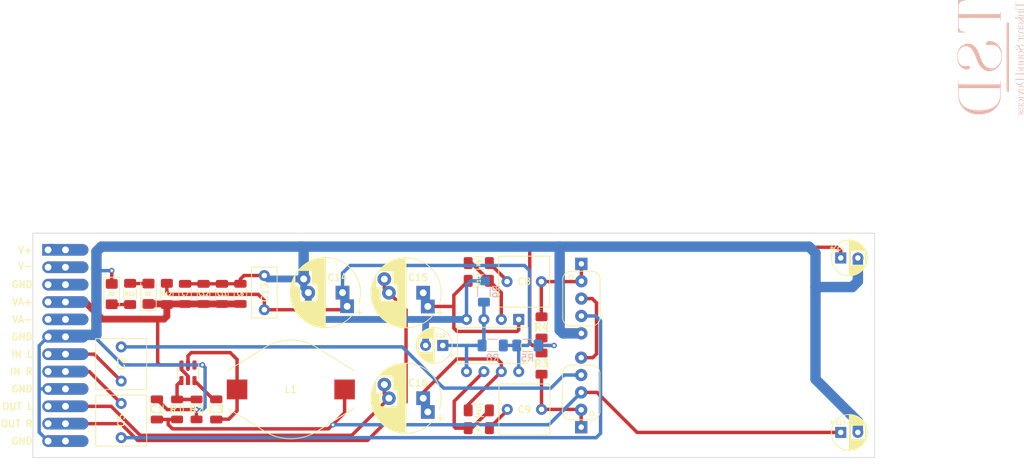
<source format=kicad_pcb>
(kicad_pcb (version 20211014) (generator pcbnew)
  (layers (0 "F.Cu" signal) (31 "B.Cu" signal) (34 "B.Paste" user) (35 "F.Paste" user) (36 "B.SilkS" user "B.Silkscreen") (37 "F.SilkS" user "F.Silkscreen") (38 "B.Mask" user) (39 "F.Mask" user) (44 "Edge.Cuts" user))
  (net 0 "")
  (net 1 "GND")
  (net 2 "+2.5V")
  (net 3 "R IN")
  (net 4 "L IN")
  (net 5 "V+")
  (net 6 "/L_POT")
  (net 8 "Net-(C3-Pad1)")
  (net 9 "/T_PWR")
  (net 10 "/R_POT")
  (net 11 "Net-(C3-Pad2)")
  (net 12 "Net-(C8-Pad1)")
  (net 13 "/R_TOUT")
  (net 14 "Net-(C9-Pad1)")
  (net 15 "/L_TOUT")
  (net 16 "/PWR-")
  (net 17 "/PWR")
  (net 21 "/R_OPOUT")
  (net 22 "/L_OPOUT")
  (net 23 "Net-(D1-Pad2)")
  (net 24 "Net-(D2-Pad2)")
  (net 25 "Net-(R1-Pad2)")
  (net 26 "L OUT")
  (net 27 "/R_OPIN")
  (net 28 "/L_OPIN")
  (net 29 "R OUT")
  (net 30 "Net-(U1-Pad5)")
  (footprint "Capacitor_SMD:C_1206_3216Metric" (layer "F.Cu") (at 108.991475 87.839019 90)
    (fp_text reference "C7" (at 0.009019 0.008525 180) (layer "F.SilkS") (effects (font (size 0.5 0.5) (thickness 0.125))))
    (fp_text value "1uf")
    (pad "1" smd roundrect locked (at -1.475 0 90) (size 1.15 1.8) (layers "F.Cu" "F.Paste" "F.Mask") (roundrect_rratio 0.217391) (net 5 "V+"))
    (pad "2" smd roundrect locked (at 1.475 0 90) (size 1.15 1.8) (layers "F.Cu" "F.Paste" "F.Mask") (roundrect_rratio 0.217391) (net 1 "GND"))
  )
  (footprint "Valve:Valve_Mini_Pentode_Linear" (layer "F.Cu") (at 166.82 107.316056 90)
    (fp_text reference "U1" hide)
    (fp_text value "JAN6418")
    (pad "1" thru_hole rect locked (at 0 0 90) (size 1.8 1.8) (drill 0.8) (layers *.Cu *.Mask) (net 15 "/L_TOUT"))
    (pad "2" thru_hole circle locked (at 2.54 0 90) (size 1.8 1.8) (drill 0.8) (layers *.Cu *.Mask) (net 15 "/L_TOUT"))
    (pad "3" thru_hole circle locked (at 5.08 0 90) (size 1.8 1.8) (drill 0.8) (layers *.Cu *.Mask) (net 2 "+2.5V"))
    (pad "4" thru_hole circle locked (at 7.62 0 90) (size 1.8 1.8) (drill 0.8) (layers *.Cu *.Mask) (net 6 "/L_POT"))
    (pad "5" thru_hole circle locked (at 10.16 0 90) (size 1.8 1.8) (drill 0.8) (layers *.Cu *.Mask) (net 30 "Net-(U1-Pad5)"))
  )
  (footprint "Capacitor_SMD:C_1206_3216Metric" (layer "F.Cu") (at 113.541625 104.72 90)
    (fp_text reference "C3" (at 0.01 -0.011625 180) (layer "F.SilkS"))
    (fp_text value "100nF")
    (pad "1" smd roundrect locked (at -1.475 0 90) (size 1.15 1.8) (layers "F.Cu" "F.Paste" "F.Mask") (roundrect_rratio 0.217391) (net 8 "Net-(C3-Pad1)"))
    (pad "2" smd roundrect locked (at 1.475 0 90) (size 1.15 1.8) (layers "F.Cu" "F.Paste" "F.Mask") (roundrect_rratio 0.217391) (net 11 "Net-(C3-Pad2)"))
  )
  (footprint "Inductor_SMD:L_Bourns_SDR1806" (layer "F.Cu") (at 124.43 101.8 180)
    (fp_text reference "L1" (at 0.02 0.013916) (layer "F.SilkS"))
    (fp_text value "22uH")
    (pad "1" smd rect locked (at -7.85 0 180) (size 3 2.9) (layers "F.Cu" "F.Paste" "F.Mask") (net 2 "+2.5V"))
    (pad "2" smd rect locked (at 7.85 0) (size 3 2.9) (layers "F.Cu" "F.Paste" "F.Mask") (net 8 "Net-(C3-Pad1)"))
  )
  (footprint "Resistor_SMD:R_1206_3216Metric_Pad1.30x1.75mm_HandSolder" (layer "F.Cu") (at 151.87 83.33 180)
    (fp_text reference "R6" (at 0 -0.0048 90) (layer "F.SilkS") (effects (font (size 0.5 0.5) (thickness 0.125))))
    (fp_text value "1M")
    (pad "1" smd roundrect locked (at -1.55 0 180) (size 1.3 1.75) (layers "F.Cu" "F.Paste" "F.Mask") (roundrect_rratio 0.192308) (net 12 "Net-(C8-Pad1)"))
    (pad "2" smd roundrect locked (at 1.55 0 180) (size 1.3 1.75) (layers "F.Cu" "F.Paste" "F.Mask") (roundrect_rratio 0.192308) (net 27 "/R_OPIN"))
  )
  (footprint "Capacitor_THT:CP_Radial_D5.0mm_P2.50mm" (layer "F.Cu") (at 204.714888 82.58)
    (fp_text reference "C4" (at -0.014888 -1.35) (layer "F.SilkS") (effects (font (size 0.5 0.5) (thickness 0.125))))
    (fp_text value "10uf")
    (pad "1" thru_hole rect locked (at 0 0) (size 1.6 1.6) (drill 0.8) (layers *.Cu *.Mask) (net 9 "/T_PWR"))
    (pad "2" thru_hole circle locked (at 2.5 0) (size 1.6 1.6) (drill 0.8) (layers *.Cu *.Mask) (net 1 "GND"))
  )
  (footprint "Resistor_SMD:R_1206_3216Metric_Pad1.30x1.75mm_HandSolder" (layer "F.Cu") (at 151.87 107.46 180)
    (fp_text reference "R7" (at 0 -0.019357 90) (layer "F.SilkS") (effects (font (size 0.5 0.5) (thickness 0.125))))
    (fp_text value "1M")
    (pad "1" smd roundrect locked (at -1.55 0 180) (size 1.3 1.75) (layers "F.Cu" "F.Paste" "F.Mask") (roundrect_rratio 0.192308) (net 14 "Net-(C9-Pad1)"))
    (pad "2" smd roundrect locked (at 1.55 0 180) (size 1.3 1.75) (layers "F.Cu" "F.Paste" "F.Mask") (roundrect_rratio 0.192308) (net 28 "/L_OPIN"))
  )
  (footprint "Capacitor_THT:CP_Radial_D10.0mm_P5.00mm_P7.50mm" (layer "F.Cu") (at 143.752677 103.086056 180)
    (fp_text reference "C16" (at 0.742677 2.216056) (layer "F.SilkS"))
    (fp_text value "220uF")
    (pad "1" thru_hole rect locked (at 0 0 180) (size 2 2) (drill 1) (layers *.Cu *.Mask) (net 22 "/L_OPOUT"))
    (pad "1" thru_hole rect locked (at -0.672144 -2 180) (size 2 2) (drill 1) (layers *.Cu *.Mask) (net 22 "/L_OPOUT"))
    (pad "2" thru_hole circle locked (at 5 0 180) (size 2 2) (drill 1) (layers *.Cu *.Mask) (net 26 "L OUT"))
    (pad "2" thru_hole circle locked (at 5.672144 2 180) (size 2 2) (drill 1) (layers *.Cu *.Mask) (net 26 "L OUT"))
  )
  (footprint "LED_SMD:LED_1206_3216Metric_Pad1.42x1.75mm_HandSolder" (layer "F.Cu") (at 98.280287 87.861519 -90)
    (fp_text reference "D2" (at -0.0225 0.000287 180) (layer "F.SilkS") (effects (font (size 0.5 0.5) (thickness 0.125))))
    (fp_text value "LED")
    (pad "1" smd roundrect locked (at -1.4875 0 270) (size 1.425 1.75) (layers "F.Cu" "F.Paste" "F.Mask") (roundrect_rratio 0.175439) (net 1 "GND"))
    (pad "2" smd roundrect locked (at 1.4875 0 270) (size 1.425 1.75) (layers "F.Cu" "F.Paste" "F.Mask") (roundrect_rratio 0.175439) (net 24 "Net-(D2-Pad2)"))
  )
  (footprint "Capacitor_SMD:C_1206_3216Metric" (layer "F.Cu") (at 114.377069 87.839019 90)
    (fp_text reference "C11" (at 0.009019 0.037739 180) (layer "F.SilkS") (effects (font (size 0.5 0.5) (thickness 0.125))))
    (fp_text value "1uf")
    (pad "1" smd roundrect locked (at -1.475 0 90) (size 1.15 1.8) (layers "F.Cu" "F.Paste" "F.Mask") (roundrect_rratio 0.217391) (net 5 "V+"))
    (pad "2" smd roundrect locked (at 1.475 0 90) (size 1.15 1.8) (layers "F.Cu" "F.Paste" "F.Mask") (roundrect_rratio 0.217391) (net 1 "GND"))
  )
  (footprint "Diode_SMD:D_1206_3216Metric_Pad1.42x1.75mm_HandSolder" (layer "F.Cu") (at 103.645881 87.816519 90)
    (fp_text reference "D1" (at 0.006519 -0.015881 180) (layer "F.SilkS") (effects (font (size 0.5 0.5) (thickness 0.125))))
    (fp_text value "18v")
    (pad "1" smd roundrect locked (at -1.4875 0 90) (size 1.425 1.75) (layers "F.Cu" "F.Paste" "F.Mask") (roundrect_rratio 0.175439) (net 5 "V+"))
    (pad "2" smd roundrect locked (at 1.4875 0 90) (size 1.425 1.75) (layers "F.Cu" "F.Paste" "F.Mask") (roundrect_rratio 0.175439) (net 23 "Net-(D1-Pad2)"))
  )
  (footprint "Valve:Valve_Mini_Pentode_Linear" (layer "F.Cu") (at 166.848576 83.442431 -90)
    (fp_text reference "U3" hide)
    (fp_text value "JAN6418")
    (pad "1" thru_hole rect locked (at 0 0 270) (size 1.8 1.8) (drill 0.8) (layers *.Cu *.Mask) (net 13 "/R_TOUT"))
    (pad "2" thru_hole circle locked (at 2.54 0 270) (size 1.8 1.8) (drill 0.8) (layers *.Cu *.Mask) (net 13 "/R_TOUT"))
    (pad "3" thru_hole circle locked (at 5.08 0 270) (size 1.8 1.8) (drill 0.8) (layers *.Cu *.Mask) (net 30 "Net-(U1-Pad5)"))
    (pad "4" thru_hole circle locked (at 7.62 0 270) (size 1.8 1.8) (drill 0.8) (layers *.Cu *.Mask) (net 10 "/R_POT"))
    (pad "5" thru_hole circle locked (at 10.16 0 270) (size 1.8 1.8) (drill 0.8) (layers *.Cu *.Mask) (net 1 "GND"))
  )
  (footprint "Resistor_SMD:R_1206_3216Metric_Pad1.30x1.75mm_HandSolder" (layer "F.Cu") (at 106.328678 87.839019 90)
    (fp_text reference "R12" (at 0.009019 -0.020851 180) (layer "F.SilkS") (effects (font (size 0.5 0.5) (thickness 0.125))))
    (fp_text value "10R")
    (pad "1" smd roundrect locked (at -1.55 0 90) (size 1.3 1.75) (layers "F.Cu" "F.Paste" "F.Mask") (roundrect_rratio 0.192308) (net 5 "V+"))
    (pad "2" smd roundrect locked (at 1.55 0 90) (size 1.3 1.75) (layers "F.Cu" "F.Paste" "F.Mask") (roundrect_rratio 0.192308) (net 17 "/PWR"))
  )
  (footprint "Resistor_SMD:R_1206_3216Metric" (layer "F.Cu") (at 107.818938 104.72 90)
    (fp_text reference "R1" (at 0.01 -0.008938 180) (layer "F.SilkS"))
    (fp_text value "69.8K")
    (pad "1" smd roundrect locked (at -1.4625 0 90) (size 1.125 1.75) (layers "F.Cu" "F.Paste" "F.Mask") (roundrect_rratio 0.222222) (net 2 "+2.5V"))
    (pad "2" smd roundrect locked (at 1.4625 0 90) (size 1.125 1.75) (layers "F.Cu" "F.Paste" "F.Mask") (roundrect_rratio 0.222222) (net 25 "Net-(R1-Pad2)"))
  )
  (footprint "Capacitor_THT:CP_Radial_D5.0mm_P2.50mm" (layer "F.Cu") (at 146.61 95.37 180)
    (fp_text reference "C10" (at 0.28 1.44) (layer "F.SilkS") (effects (font (size 0.5 0.5) (thickness 0.125))))
    (fp_text value "10uf")
    (pad "1" thru_hole rect locked (at 0 0 180) (size 1.6 1.6) (drill 0.8) (layers *.Cu *.Mask) (net 16 "/PWR-"))
    (pad "2" thru_hole circle locked (at 2.5 0 180) (size 1.6 1.6) (drill 0.8) (layers *.Cu *.Mask) (net 1 "GND"))
  )
  (footprint "Resistor_SMD:R_1206_3216Metric_Pad1.30x1.75mm_HandSolder" (layer "F.Cu") (at 100.963084 87.839019 90)
    (fp_text reference "R13" (at 0 -0.033616 180) (layer "F.SilkS") (effects (font (size 0.5 0.5) (thickness 0.125))))
    (fp_text value "1M")
    (pad "1" smd roundrect locked (at -1.55 0 90) (size 1.3 1.75) (layers "F.Cu" "F.Paste" "F.Mask") (roundrect_rratio 0.192308) (net 24 "Net-(D2-Pad2)"))
    (pad "2" smd roundrect locked (at 1.55 0 90) (size 1.3 1.75) (layers "F.Cu" "F.Paste" "F.Mask") (roundrect_rratio 0.192308) (net 23 "Net-(D1-Pad2)"))
  )
  (footprint "Capacitor_THT:CP_Radial_D10.0mm_P5.00mm_P7.50mm" (layer "F.Cu") (at 131.977204 87.65 180)
    (fp_text reference "C14" (at 0.742677 2.216056) (layer "F.SilkS"))
    (fp_text value "220uf")
    (pad "1" thru_hole rect locked (at -0.672144 -2 180) (size 2 2) (drill 1) (layers *.Cu *.Mask) (net 17 "/PWR"))
    (pad "1" thru_hole rect locked (at 0 0 180) (size 2 2) (drill 1) (layers *.Cu *.Mask) (net 17 "/PWR"))
    (pad "2" thru_hole circle locked (at 5.672144 2 180) (size 2 2) (drill 1) (layers *.Cu *.Mask) (net 1 "GND"))
    (pad "2" thru_hole circle locked (at 5 0 180) (size 2 2) (drill 1) (layers *.Cu *.Mask) (net 1 "GND"))
  )
  (footprint "Capacitor_THT:C_Rect_L7.2mm_W7.2mm_P5.00mm_FKS2_FKP2_MKS2_MKP2" (layer "F.Cu") (at 99.66 95.579311 -90)
    (fp_text reference "C2" (at 2.460689 -0.020981 90) (layer "F.SilkS"))
    (fp_text value "0.1uF")
    (pad "1" thru_hole circle locked (at 0 0 270) (size 1.6 1.6) (drill 0.8) (layers *.Cu *.Mask) (net 6 "/L_POT"))
    (pad "2" thru_hole circle locked (at 5 0 270) (size 1.6 1.6) (drill 0.8) (layers *.Cu *.Mask) (net 4 "L IN"))
  )
  (footprint "TSD MIXER FOOTPRINTS:PinHeader_2x12_P2.54mm_Vertical" (layer "F.Cu") (at 88.9875 81.404243)
    (fp_text reference "J1" hide)
    (fp_text value "Conector")
    (fp_text user "GND" (at -3.800288 27.94 unlocked) (layer "F.SilkS"))
    (fp_text user "V-" (at -3.324097 2.36 unlocked) (layer "F.SilkS"))
    (fp_text user "GND" (at -3.800288 12.7 unlocked) (layer "F.SilkS"))
    (fp_text user "VA-" (at -3.752669 10.16 unlocked) (layer "F.SilkS"))
    (fp_text user "IN L" (at -3.824097 15.24 unlocked) (layer "F.SilkS"))
    (fp_text user "V+" (at -3.324097 0 unlocked) (layer "F.SilkS"))
    (fp_text user "IN R" (at -3.919335 17.78 unlocked) (layer "F.SilkS"))
    (fp_text user "VA+" (at -3.752669 7.62 unlocked) (layer "F.SilkS"))
    (fp_text user "GND" (at -3.800288 20.32 unlocked) (layer "F.SilkS"))
    (fp_text user "OUT R" (at -4.586002 25.4 unlocked) (layer "F.SilkS"))
    (fp_text user "GND" (at -3.800288 5.08 unlocked) (layer "F.SilkS"))
    (fp_text user "OUT L" (at -4.490764 22.86 unlocked) (layer "F.SilkS"))
    (pad "1" thru_hole oval (at 2.54 0) (size 6.7 1.7) (drill 1) (layers *.Cu *.Mask))
    (pad "1" thru_hole rect (at 0 0) (size 1.7 1.7) (drill 1) (layers *.Cu *.Mask))
    (pad "2" thru_hole oval (at 2.54 2.54) (size 6.7 1.7) (drill 1) (layers *.Cu *.Mask))
    (pad "2" thru_hole oval (at 0 2.54) (size 1.7 1.7) (drill 1) (layers *.Cu *.Mask))
    (pad "3" thru_hole oval (at 2.54 5.08) (size 6.7 1.7) (drill 1) (layers *.Cu *.Mask))
    (pad "3" thru_hole oval (at 0 5.08) (size 1.7 1.7) (drill 1) (layers *.Cu *.Mask))
    (pad "4" thru_hole oval (at 0 7.62) (size 1.7 1.7) (drill 1) (layers *.Cu *.Mask) (net 5 "V+"))
    (pad "4" thru_hole oval (at 2.54 7.62) (size 6.7 1.7) (drill 1) (layers *.Cu *.Mask) (net 5 "V+"))
    (pad "5" thru_hole oval (at 0 10.16) (size 1.7 1.7) (drill 1) (layers *.Cu *.Mask))
    (pad "5" thru_hole oval (at 2.54 10.16) (size 6.7 1.7) (drill 1) (layers *.Cu *.Mask))
    (pad "6" thru_hole oval (at 0 12.7) (size 1.7 1.7) (drill 1) (layers *.Cu *.Mask) (net 1 "GND"))
    (pad "6" thru_hole oval (at 2.54 12.7) (size 6.7 1.7) (drill 1) (layers *.Cu *.Mask) (net 1 "GND"))
    (pad "7" thru_hole oval (at 2.54 15.24) (size 6.7 1.7) (drill 1) (layers *.Cu *.Mask) (net 4 "L IN"))
    (pad "7" thru_hole oval (at 0 15.24) (size 1.7 1.7) (drill 1) (layers *.Cu *.Mask) (net 4 "L IN"))
    (pad "8" thru_hole oval (at 0 17.78) (size 1.7 1.7) (drill 1) (layers *.Cu *.Mask) (net 3 "R IN"))
    (pad "8" thru_hole oval (at 2.54 17.78) (size 6.7 1.7) (drill 1) (layers *.Cu *.Mask) (net 3 "R IN"))
    (pad "9" thru_hole oval (at 2.54 20.32) (size 6.7 1.7) (drill 1) (layers *.Cu *.Mask) (net 1 "GND"))
    (pad "9" thru_hole oval (at 0 20.32) (size 1.7 1.7) (drill 1) (layers *.Cu *.Mask) (net 1 "GND"))
    (pad "10" thru_hole oval (at 0 22.86) (size 1.7 1.7) (drill 1) (layers *.Cu *.Mask) (net 26 "L OUT"))
    (pad "10" thru_hole oval (at 2.54 22.86) (size 6.7 1.7) (drill 1) (layers *.Cu *.Mask) (net 26 "L OUT"))
    (pad "11" thru_hole oval (at 0 25.4) (size 1.7 1.7) (drill 1) (layers *.Cu *.Mask) (net 29 "R OUT"))
    (pad "11" thru_hole oval (at 2.54 25.4) (size 6.7 1.7) (drill 1) (layers *.Cu *.Mask) (net 29 "R OUT"))
    (pad "12" thru_hole oval (at 0 27.94) (size 1.7 1.7) (drill 1) (layers *.Cu *.Mask) (net 1 "GND"))
    (pad "12" thru_hole oval (at 2.54 27.94) (size 6.7 1.7) (drill 1) (layers *.Cu *.Mask) (net 1 "GND"))
  )
  (footprint "Resistor_SMD:R_1206_3216Metric_Pad1.30x1.75mm_HandSolder" (layer "F.Cu") (at 161.03 92.733639 -90)
    (fp_text reference "R4" (at 0 -0.013694 180) (layer "F.SilkS"))
    (fp_text value "180K")
    (pad "1" smd roundrect locked (at -1.55 0 270) (size 1.3 1.75) (layers "F.Cu" "F.Paste" "F.Mask") (roundrect_rratio 0.192308) (net 13 "/R_TOUT"))
    (pad "2" smd roundrect locked (at 1.55 0 270) (size 1.3 1.75) (layers "F.Cu" "F.Paste" "F.Mask") (roundrect_rratio 0.192308) (net 9 "/T_PWR"))
  )
  (footprint "Capacitor_SMD:C_1206_3216Metric" (layer "F.Cu") (at 111.684272 87.839019 90)
    (fp_text reference "C12" (at 0.009019 0.005728 180) (layer "F.SilkS") (effects (font (size 0.5 0.5) (thickness 0.125))))
    (fp_text value "1uf")
    (pad "1" smd roundrect locked (at -1.475 0 90) (size 1.15 1.8) (layers "F.Cu" "F.Paste" "F.Mask") (roundrect_rratio 0.217391) (net 5 "V+"))
    (pad "2" smd roundrect locked (at 1.475 0 90) (size 1.15 1.8) (layers "F.Cu" "F.Paste" "F.Mask") (roundrect_rratio 0.217391) (net 1 "GND"))
  )
  (footprint "Capacitor_THT:C_Rect_L7.2mm_W3.5mm_P5.00mm_FKS2_FKP2_MKS2_MKP2" (layer "F.Cu") (at 120.56 85.15 -90)
    (fp_text reference "C13" (at 2.45 -0.079894 90) (layer "F.SilkS"))
    (fp_text value "0.1uF")
    (pad "1" thru_hole circle locked (at 0 0 270) (size 1.6 1.6) (drill 0.8) (layers *.Cu *.Mask) (net 1 "GND"))
    (pad "2" thru_hole circle locked (at 5 0 270) (size 1.6 1.6) (drill 0.8) (layers *.Cu *.Mask) (net 17 "/PWR"))
  )
  (footprint "Capacitor_SMD:C_1206_3216Metric" (layer "F.Cu") (at 104.877941 104.72 -90)
    (fp_text reference "C1" (at -0.01 -0.002059 180) (layer "F.SilkS"))
    (fp_text value "22uF")
    (pad "1" smd roundrect locked (at -1.475 0 270) (size 1.15 1.8) (layers "F.Cu" "F.Paste" "F.Mask") (roundrect_rratio 0.217391) (net 1 "GND"))
    (pad "2" smd roundrect locked (at 1.475 0 270) (size 1.15 1.8) (layers "F.Cu" "F.Paste" "F.Mask") (roundrect_rratio 0.217391) (net 2 "+2.5V"))
  )
  (footprint "Capacitor_SMD:C_1206_3216Metric" (layer "F.Cu") (at 117.069868 87.829019 90)
    (fp_text reference "C6" (at 0 -0.009868 180) (layer "F.SilkS") (effects (font (size 0.5 0.5) (thickness 0.125))))
    (fp_text value "100nf")
    (pad "1" smd roundrect locked (at -1.475 0 90) (size 1.15 1.8) (layers "F.Cu" "F.Paste" "F.Mask") (roundrect_rratio 0.217391) (net 5 "V+"))
    (pad "2" smd roundrect locked (at 1.475 0 90) (size 1.15 1.8) (layers "F.Cu" "F.Paste" "F.Mask") (roundrect_rratio 0.217391) (net 1 "GND"))
  )
  (footprint "Capacitor_THT:CP_Radial_D10.0mm_P5.00mm_P7.50mm" (layer "F.Cu") (at 143.752677 87.672431 180)
    (fp_text reference "C15" (at 0.742677 2.216056) (layer "F.SilkS"))
    (fp_text value "220uF")
    (pad "1" thru_hole rect locked (at 0 0 180) (size 2 2) (drill 1) (layers *.Cu *.Mask) (net 21 "/R_OPOUT"))
    (pad "1" thru_hole rect locked (at -0.672144 -2 180) (size 2 2) (drill 1) (layers *.Cu *.Mask) (net 21 "/R_OPOUT"))
    (pad "2" thru_hole circle locked (at 5 0 180) (size 2 2) (drill 1) (layers *.Cu *.Mask) (net 29 "R OUT"))
    (pad "2" thru_hole circle locked (at 5.672144 2 180) (size 2 2) (drill 1) (layers *.Cu *.Mask) (net 29 "R OUT"))
  )
  (footprint "Capacitor_THT:C_Rect_L7.2mm_W7.2mm_P5.00mm_FKS2_FKP2_MKS2_MKP2" (layer "F.Cu") (at 156 86.042431)
    (fp_text reference "C8" (at 2.5 -0.002431) (layer "F.SilkS"))
    (fp_text value "0.1uF")
    (pad "1" thru_hole circle locked (at 0 0) (size 1.6 1.6) (drill 0.8) (layers *.Cu *.Mask) (net 12 "Net-(C8-Pad1)"))
    (pad "2" thru_hole circle locked (at 5 0) (size 1.6 1.6) (drill 0.8) (layers *.Cu *.Mask) (net 13 "/R_TOUT"))
  )
  (footprint "Resistor_SMD:R_1206_3216Metric_Pad1.30x1.75mm_HandSolder" (layer "F.Cu") (at 161.03 98.024847 90)
    (fp_text reference "R3" (at 0.004847 -0.021334 180) (layer "F.SilkS"))
    (fp_text value "180K")
    (pad "1" smd roundrect locked (at -1.55 0 90) (size 1.3 1.75) (layers "F.Cu" "F.Paste" "F.Mask") (roundrect_rratio 0.192308) (net 15 "/L_TOUT"))
    (pad "2" smd roundrect locked (at 1.55 0 90) (size 1.3 1.75) (layers "F.Cu" "F.Paste" "F.Mask") (roundrect_rratio 0.192308) (net 9 "/T_PWR"))
  )
  (footprint "Package_TO_SOT_SMD:SOT-23-6" (layer "F.Cu") (at 109.41 99.369176 -90)
    (fp_text reference "U2" hide)
    (fp_text value "LMR16006YQ")
    (pad "1" smd roundrect locked (at -1.1375 -0.95 270) (size 1.325 0.6) (layers "F.Cu" "F.Paste" "F.Mask") (net 1 "GND"))
    (pad "2" smd roundrect locked (at -1.1375 0 270) (size 1.325 0.6) (layers "F.Cu" "F.Paste" "F.Mask") (net 8 "Net-(C3-Pad1)"))
    (pad "3" smd roundrect locked (at -1.1375 0.95 270) (size 1.325 0.6) (layers "F.Cu" "F.Paste" "F.Mask") (net 5 "V+"))
    (pad "4" smd roundrect locked (at 1.1375 0.95 270) (size 1.325 0.6) (layers "F.Cu" "F.Paste" "F.Mask") (net 25 "Net-(R1-Pad2)"))
    (pad "5" smd roundrect locked (at 1.1375 0 270) (size 1.325 0.6) (layers "F.Cu" "F.Paste" "F.Mask") (net 5 "V+"))
    (pad "6" smd roundrect locked (at 1.1375 -0.95 270) (size 1.325 0.6) (layers "F.Cu" "F.Paste" "F.Mask") (net 11 "Net-(C3-Pad2)"))
  )
  (footprint "Package_DIP:DIP-8_W7.62mm" (layer "F.Cu") (at 157.7 91.57 -90)
    (fp_text reference "U4" hide)
    (fp_text value "OPA2134")
    (pad "1" thru_hole rect locked (at 0 0 270) (size 1.6 1.6) (drill 0.8) (layers *.Cu *.Mask) (net 21 "/R_OPOUT"))
    (pad "2" thru_hole oval locked (at 0 2.54 270) (size 1.6 1.6) (drill 0.8) (layers *.Cu *.Mask) (net 27 "/R_OPIN"))
    (pad "3" thru_hole oval locked (at 0 5.08 270) (size 1.6 1.6) (drill 0.8) (layers *.Cu *.Mask) (net 16 "/PWR-"))
    (pad "4" thru_hole oval locked (at 0 7.62 270) (size 1.6 1.6) (drill 0.8) (layers *.Cu *.Mask) (net 1 "GND"))
    (pad "5" thru_hole oval locked (at 7.62 7.62 270) (size 1.6 1.6) (drill 0.8) (layers *.Cu *.Mask) (net 16 "/PWR-"))
    (pad "6" thru_hole oval locked (at 7.62 5.08 270) (size 1.6 1.6) (drill 0.8) (layers *.Cu *.Mask) (net 28 "/L_OPIN"))
    (pad "7" thru_hole oval locked (at 7.62 2.54 270) (size 1.6 1.6) (drill 0.8) (layers *.Cu *.Mask) (net 22 "/L_OPOUT"))
    (pad "8" thru_hole oval locked (at 7.62 0 270) (size 1.6 1.6) (drill 0.8) (layers *.Cu *.Mask) (net 17 "/PWR"))
  )
  (footprint "Resistor_SMD:R_1206_3216Metric_Pad1.30x1.75mm_HandSolder" (layer "F.Cu") (at 151.87 85.93 180)
    (fp_text reference "R10" (at 0 -0.0048 90) (layer "F.SilkS") (effects (font (size 0.5 0.5) (thickness 0.125))))
    (fp_text value "1M")
    (pad "1" smd roundrect locked (at -1.55 0 180) (size 1.3 1.75) (layers "F.Cu" "F.Paste" "F.Mask") (roundrect_rratio 0.192308) (net 27 "/R_OPIN"))
    (pad "2" smd roundrect locked (at 1.55 0 180) (size 1.3 1.75) (layers "F.Cu" "F.Paste" "F.Mask") (roundrect_rratio 0.192308) (net 21 "/R_OPOUT"))
  )
  (footprint "MountingHole:MountingHole_3.2mm_M3" (layer "F.Cu") (at 205.154513 94.989243)
    (fp_text reference "H1" hide)
    (fp_text value "ScrewIn")
    (pad "" np_thru_hole circle locked (at 0 0) (size 3.2 3.2) (drill 3.2) (layers *.Cu *.Mask))
  )
  (footprint "Capacitor_THT:C_Rect_L7.2mm_W7.2mm_P5.00mm_FKS2_FKP2_MKS2_MKP2" (layer "F.Cu") (at 99.66 108.849311 90)
    (fp_text reference "C5" (at 2.519311 0.020981 90) (layer "F.SilkS"))
    (fp_text value "0.1uF")
    (pad "1" thru_hole circle locked (at 0 0 90) (size 1.6 1.6) (drill 0.8) (layers *.Cu *.Mask) (net 10 "/R_POT"))
    (pad "2" thru_hole circle locked (at 5 0 90) (size 1.6 1.6) (drill 0.8) (layers *.Cu *.Mask) (net 3 "R IN"))
  )
  (footprint "Capacitor_THT:CP_Radial_D5.0mm_P2.50mm" (layer "F.Cu") (at 204.714888 108.08)
    (fp_text reference "C17" (at 0.005112 -1.35) (layer "F.SilkS") (effects (font (size 0.5 0.5) (thickness 0.125))))
    (fp_text value "10uf")
    (pad "1" thru_hole rect locked (at 0 0) (size 1.6 1.6) (drill 0.8) (layers *.Cu *.Mask) (net 2 "+2.5V"))
    (pad "2" thru_hole circle locked (at 2.5 0) (size 1.6 1.6) (drill 0.8) (layers *.Cu *.Mask) (net 1 "GND"))
  )
  (footprint "Resistor_SMD:R_1206_3216Metric_Pad1.30x1.75mm_HandSolder" (layer "F.Cu") (at 151.87 104.86 180)
    (fp_text reference "R11" (at 0 -0.019357 90) (layer "F.SilkS") (effects (font (size 0.5 0.5) (thickness 0.125))))
    (fp_text value "1M")
    (pad "1" smd roundrect locked (at -1.55 0 180) (size 1.3 1.75) (layers "F.Cu" "F.Paste" "F.Mask") (roundrect_rratio 0.192308) (net 28 "/L_OPIN"))
    (pad "2" smd roundrect locked (at 1.55 0 180) (size 1.3 1.75) (layers "F.Cu" "F.Paste" "F.Mask") (roundrect_rratio 0.192308) (net 22 "/L_OPOUT"))
  )
  (footprint "Capacitor_THT:C_Rect_L7.2mm_W7.2mm_P5.00mm_FKS2_FKP2_MKS2_MKP2" (layer "F.Cu") (at 156.03 104.716056)
    (fp_text reference "C9" (at 2.49 0.013944) (layer "F.SilkS"))
    (fp_text value "0.1uF")
    (pad "1" thru_hole circle locked (at 0 0) (size 1.6 1.6) (drill 0.8) (layers *.Cu *.Mask) (net 14 "Net-(C9-Pad1)"))
    (pad "2" thru_hole circle locked (at 5 0) (size 1.6 1.6) (drill 0.8) (layers *.Cu *.Mask) (net 15 "/L_TOUT"))
  )
  (footprint "Resistor_SMD:R_1206_3216Metric" (layer "F.Cu") (at 110.665281 104.72 -90)
    (fp_text reference "R2" (at -0.01 -0.012302) (layer "F.SilkS"))
    (fp_text value "22.1K")
    (pad "1" smd roundrect locked (at -1.4625 0 270) (size 1.125 1.75) (layers "F.Cu" "F.Paste" "F.Mask") (roundrect_rratio 0.222222) (net 25 "Net-(R1-Pad2)"))
    (pad "2" smd roundrect locked (at 1.4625 0 270) (size 1.125 1.75) (layers "F.Cu" "F.Paste" "F.Mask") (roundrect_rratio 0.222222) (net 1 "GND"))
  )
  (footprint "Resistor_SMD:R_1206_3216Metric_Pad1.30x1.75mm_HandSolder" (layer "B.Cu") (at 158.97 95.37)
    (fp_text reference "R5" (at 0 1.82) (layer "B.SilkS") (effects (justify mirror)))
    (fp_text value "6K8")
    (pad "1" smd roundrect locked (at -1.55 0) (size 1.3 1.75) (layers "B.Cu" "B.Paste" "B.Mask") (roundrect_rratio 0.192308) (net 17 "/PWR"))
    (pad "2" smd roundrect locked (at 1.55 0) (size 1.3 1.75) (layers "B.Cu" "B.Paste" "B.Mask") (roundrect_rratio 0.192308) (net 9 "/T_PWR"))
  )
  (footprint "Custom Library:Logo_25mm" (layer "B.Cu") (at 227.29 53.4 -90)
    (fp_text reference "G***" hide)
    (fp_text value "LOGO" hide)
  )
  (footprint "Resistor_SMD:R_1206_3216Metric_Pad1.30x1.75mm_HandSolder" (layer "B.Cu") (at 153.9 95.37)
    (fp_text reference "R8" (at 0 1.82) (layer "B.SilkS") (effects (justify mirror)))
    (fp_text value "1M")
    (pad "1" smd roundrect locked (at -1.55 0) (size 1.3 1.75) (layers "B.Cu" "B.Paste" "B.Mask") (roundrect_rratio 0.192308) (net 16 "/PWR-"))
    (pad "2" smd roundrect locked (at 1.55 0) (size 1.3 1.75) (layers "B.Cu" "B.Paste" "B.Mask") (roundrect_rratio 0.192308) (net 17 "/PWR"))
  )
  (footprint "Resistor_SMD:R_1206_3216Metric_Pad1.30x1.75mm_HandSolder" (layer "B.Cu") (at 152.62 87.49 90)
    (fp_text reference "R9" (at 0 1.82 90) (layer "B.SilkS") (effects (justify mirror)))
    (fp_text value "1M")
    (pad "1" smd roundrect locked (at -1.55 0 90) (size 1.3 1.75) (layers "B.Cu" "B.Paste" "B.Mask") (roundrect_rratio 0.192308) (net 16 "/PWR-"))
    (pad "2" smd roundrect locked (at 1.55 0 90) (size 1.3 1.75) (layers "B.Cu" "B.Paste" "B.Mask") (roundrect_rratio 0.192308) (net 1 "GND"))
  )
  (gr_rect (start 86.77 78.95) (end 209.65 111.75) (layer "Edge.Cuts") (width 0.1) (fill none))
  (segment (start 98.280287 84.439306) (end 98.28 84.439019) (width 0.5) (layer "F.Cu") (net 1))
  (segment (start 98.280287 86.374019) (end 98.280287 84.439306) (width 0.5) (layer "F.Cu") (net 1))
  (segment (start 117.069868 86.354019) (end 117.069868 85.670132) (width 0.5) (layer "F.Cu") (net 1))
  (segment (start 108.991475 86.364019) (end 117.059868 86.364019) (width 0.5) (layer "F.Cu") (net 1))
  (segment (start 106.3781 104.745159) (end 110.637941 104.745159) (width 0.5) (layer "F.Cu") (net 1))
  (segment (start 117.059868 86.364019) (end 117.069868 86.354019) (width 0.5) (layer "F.Cu") (net 1))
  (segment (start 110.36 98.231676) (end 111.5075 98.231676) (width 0.5) (layer "F.Cu") (net 1))
  (segment (start 117.59 85.15) (end 120.56 85.15) (width 0.5) (layer "F.Cu") (net 1))
  (segment (start 110.637941 105.847659) (end 110.637941 104.745159) (width 0.5) (layer "F.Cu") (net 1))
  (segment (start 117.069868 85.670132) (end 117.59 85.15) (width 0.5) (layer "F.Cu") (net 1))
  (segment (start 104.877941 103.245) (end 106.3781 104.745159) (width 0.5) (layer "F.Cu") (net 1))
  (segment (start 111.5075 98.231676) (end 111.52 98.219176) (width 0.5) (layer "F.Cu") (net 1))
  (via (at 98.280287 84.439306) (size 0.8) (drill 0.4) (layers "F.Cu" "B.Cu") (net 1))
  (via (at 111.52 98.219176) (size 0.8) (drill 0.4) (layers "F.Cu" "B.Cu") (net 1))
  (via (at 110.637941 104.745159) (size 0.8) (drill 0.4) (layers "F.Cu" "B.Cu") (net 1))
  (segment (start 96.22 81.48) (end 96.77 80.93) (width 1.524) (layer "B.Cu") (net 1))
  (segment (start 164.162431 93.602431) (end 166.848576 93.602431) (width 1.524) (layer "B.Cu") (net 1))
  (segment (start 127.44 91.57) (end 126.977204 91.107204) (width 1) (layer "B.Cu") (net 1))
  (segment (start 126.977204 91.107204) (end 126.977204 87.65) (width 1) (layer "B.Cu") (net 1))
  (segment (start 200.08 80.93) (end 201.03 81.88) (width 1.524) (layer "B.Cu") (net 1))
  (segment (start 201.03 81.88) (end 201.03 86.84) (width 1.524) (layer "B.Cu") (net 1))
  (segment (start 96.0478 93.8178) (end 96.0478 84.1578) (width 1.524) (layer "B.Cu") (net 1))
  (segment (start 88.9875 109.344243) (end 87.687989 108.044732) (width 0.5) (layer "B.Cu") (net 1))
  (segment (start 87.687989 101.862011) (end 87.687989 95.403754) (width 0.5) (layer "B.Cu") (net 1))
  (segment (start 126.30506 85.65) (end 126.30506 86.977856) (width 1) (layer "B.Cu") (net 1))
  (segment (start 126.30506 85.65) (end 121.06 85.65) (width 1) (layer "B.Cu") (net 1))
  (segment (start 87.825757 101.724243) (end 87.687989 101.862011) (width 0.5) (layer "B.Cu") (net 1))
  (segment (start 96.0478 81.6522) (end 96.22 81.48) (width 1.524) (layer "B.Cu") (net 1))
  (segment (start 163.68 80.93) (end 163.68 93.12) (width 1.524) (layer "B.Cu") (net 1))
  (segment (start 207.214888 106.474888) (end 207.214888 108.08) (width 1.524) (layer "B.Cu") (net 1))
  (segment (start 98.280287 84.439306) (end 96.329306 84.439306) (width 0.5) (layer "B.Cu") (net 1))
  (segment (start 201.03 86.84) (end 206.39 86.84) (width 1.524) (layer "B.Cu") (net 1))
  (segment (start 100.689176 98.219176) (end 100.449176 98.219176) (width 0.5) (layer "B.Cu") (net 1))
  (segment (start 88.9875 101.724243) (end 87.825757 101.724243) (width 0.5) (layer "B.Cu") (net 1))
  (segment (start 88.9875 94.104243) (end 89.273943 93.8178) (width 1.524) (layer "B.Cu") (net 1))
  (segment (start 125.92 80.93) (end 163.68 80.93) (width 1.524) (layer "B.Cu") (net 1))
  (segment (start 111.91 104.41) (end 111.91 98.609176) (width 0.5) (layer "B.Cu") (net 1))
  (segment (start 99.863576 98.219176) (end 95.4622 93.8178) (width 0.5) (layer "B.Cu") (net 1))
  (segment (start 111.574841 104.745159) (end 111.91 104.41) (width 0.5) (layer "B.Cu") (net 1))
  (segment (start 152.62 85.94) (end 150.71 85.94) (width 0.5) (layer "B.Cu") (net 1))
  (segment (start 206.26 105.52) (end 206.24 105.52) (width 1.524) (layer "B.Cu") (net 1))
  (segment (start 127.44 91.57) (end 143.87 91.57) (width 1) (layer "B.Cu") (net 1))
  (segment (start 150.71 85.94) (end 150.08 86.57) (width 0.5) (layer "B.Cu") (net 1))
  (segment (start 163.68 93.12) (end 164.162431 93.602431) (width 1.524) (layer "B.Cu") (net 1))
  (segment (start 163.68 80.93) (end 200.08 80.93) (width 1.524) (layer "B.Cu") (net 1))
  (segment (start 95.4622 93.8178) (end 96.0478 93.8178) (width 1.524) (layer "B.Cu") (net 1))
  (segment (start 126.30506 86.977856) (end 126.977204 87.65) (width 1) (layer "B.Cu") (net 1))
  (segment (start 144.11 91.81) (end 143.87 91.57) (width 1) (layer "B.Cu") (net 1))
  (segment (start 206.24 105.52) (end 201.03 100.31) (width 1.524) (layer "B.Cu") (net 1))
  (segment (start 87.687989 95.403754) (end 88.9875 94.104243) (width 0.5) (layer "B.Cu") (net 1))
  (segment (start 96.0478 84.1578) (end 96.0478 81.6522) (width 1.524) (layer "B.Cu") (net 1))
  (segment (start 206.26 105.52) (end 207.214888 106.474888) (width 1.524) (layer "B.Cu") (net 1))
  (segment (start 91.563257 109.38) (end 91.5275 109.344243) (width 1.524) (layer "B.Cu") (net 1))
  (segment (start 96.329306 84.439306) (end 96.0478 84.1578) (width 0.5) (layer "B.Cu") (net 1))
  (segment (start 111.91 98.609176) (end 111.52 98.219176) (width 0.5) (layer "B.Cu") (net 1))
  (segment (start 100.689176 98.219176) (end 99.863576 98.219176) (width 0.5) (layer "B.Cu") (net 1))
  (segment (start 111.52 98.219176) (end 100.689176 98.219176) (width 0.5) (layer "B.Cu") (net 1))
  (segment (start 150.08 86.57) (end 150.08 91.57) (width 0.5) (layer "B.Cu") (net 1))
  (segment (start 126.30506 81.31506) (end 126.30506 85.65) (width 1.524) (layer "B.Cu") (net 1))
  (segment (start 201.03 86.84) (end 201.03 100.31) (width 1.524) (layer "B.Cu") (net 1))
  (segment (start 125.92 80.93) (end 126.30506 81.31506) (width 1.524) (layer "B.Cu") (net 1))
  (segment (start 110.637941 104.745159) (end 111.574841 104.745159) (width 0.5) (layer "B.Cu") (net 1))
  (segment (start 96.77 80.93) (end 125.92 80.93) (width 1.524) (layer "B.Cu") (net 1))
  (segment (start 121.06 85.65) (end 120.56 85.15) (width 1) (layer "B.Cu") (net 1))
  (segment (start 206.39 86.84) (end 207.214888 86.015112) (width 1.524) (layer "B.Cu") (net 1))
  (segment (start 207.214888 86.015112) (end 207.214888 82.58) (width 1.524) (layer "B.Cu") (net 1))
  (segment (start 143.87 91.57) (end 150.08 91.57) (width 1) (layer "B.Cu") (net 1))
  (segment (start 144.11 95.37) (end 144.11 91.81) (width 1) (layer "B.Cu") (net 1))
  (segment (start 89.273943 93.8178) (end 95.4622 93.8178) (width 1.524) (layer "B.Cu") (net 1))
  (segment (start 87.687989 108.044732) (end 87.687989 101.862011) (width 0.5) (layer "B.Cu") (net 1))
  (segment (start 104.890441 106.1825) (end 104.877941 106.195) (width 0.5) (layer "F.Cu") (net 2))
  (segment (start 130.52 106.96) (end 132.28 105.2) (width 0.5) (layer "F.Cu") (net 2))
  (segment (start 106.520997 106.930997) (end 107.15 107.56) (width 0.5) (layer "F.Cu") (net 2))
  (segment (start 169.136056 102.236056) (end 174.98 108.08) (width 0.5) (layer "F.Cu") (net 2))
  (segment (start 166.82 102.236056) (end 169.136056 102.236056) (width 0.5) (layer "F.Cu") (net 2))
  (segment (start 106.520997 106.20613) (end 106.520997 106.930997) (width 0.5) (layer "F.Cu") (net 2))
  (segment (start 174.98 108.08) (end 204.714888 108.08) (width 0.5) (layer "F.Cu") (net 2))
  (segment (start 107.15 107.56) (end 129.92 107.56) (width 0.5) (layer "F.Cu") (net 2))
  (segment (start 107.818938 106.1825) (end 104.890441 106.1825) (width 0.5) (layer "F.Cu") (net 2))
  (segment (start 132.28 105.2) (end 132.28 101.8) (width 0.5) (layer "F.Cu") (net 2))
  (segment (start 129.92 107.56) (end 130.52 106.96) (width 0.5) (layer "F.Cu") (net 2))
  (via (at 130.58 106.96) (size 0.8) (drill 0.4) (layers "F.Cu" "B.Cu") (net 2))
  (segment (start 133.64 106.96) (end 134.01 106.96) (width 0.5) (layer "B.Cu") (net 2))
  (segment (start 134.01 106.96) (end 160.63 106.96) (width 0.5) (layer "B.Cu") (net 2))
  (segment (start 134.01 106.96) (end 130.58 106.96) (width 0.5) (layer "B.Cu") (net 2))
  (segment (start 166.82 102.236056) (end 162.096056 106.96) (width 0.5) (layer "B.Cu") (net 2))
  (segment (start 162.096056 106.96) (end 160.63 106.96) (width 0.5) (layer "B.Cu") (net 2))
  (segment (start 91.5275 99.184243) (end 94.994932 99.184243) (width 0.5) (layer "F.Cu") (net 3))
  (segment (start 94.994932 99.184243) (end 99.66 103.849311) (width 0.5) (layer "F.Cu") (net 3))
  (segment (start 95.724932 96.644243) (end 99.66 100.579311) (width 0.5) (layer "F.Cu") (net 4))
  (segment (start 91.5275 96.644243) (end 95.724932 96.644243) (width 0.5) (layer "F.Cu") (net 4))
  (segment (start 106.328678 89.389019) (end 106.328678 91.101322) (width 1) (layer "F.Cu") (net 5))
  (segment (start 117.069868 89.304019) (end 103.645881 89.304019) (width 1) (layer "F.Cu") (net 5))
  (segment (start 109.41 99.848434) (end 108.785783 99.224217) (width 0.5) (layer "F.Cu") (net 5))
  (segment (start 94.404243 89.024243) (end 96.45 91.07) (width 1) (layer "F.Cu") (net 5))
  (segment (start 106.328678 91.101322) (end 105.91 91.52) (width 1) (layer "F.Cu") (net 5))
  (segment (start 88.9875 89.024243) (end 94.404243 89.024243) (width 0.5) (layer "F.Cu") (net 5))
  (segment (start 108.785783 99.224217) (end 108.46 98.898434) (width 0.5) (layer "F.Cu") (net 5))
  (segment (start 105.311676 98.231676) (end 104.99 97.91) (width 0.5) (layer "F.Cu") (net 5))
  (segment (start 108.46 98.898434) (end 108.46 98.231676) (width 0.5) (layer "F.Cu") (net 5))
  (segment (start 104.99 91.52) (end 105.91 91.52) (width 1) (layer "F.Cu") (net 5))
  (segment (start 96.9 91.52) (end 104.99 91.52) (width 1) (layer "F.Cu") (net 5))
  (segment (start 91.5275 89.024243) (end 94.404243 89.024243) (width 1) (layer "F.Cu") (net 5))
  (segment (start 104.99 97.91) (end 104.99 91.52) (width 0.5) (layer "F.Cu") (net 5))
  (segment (start 96.45 91.07) (end 96.9 91.52) (width 1) (layer "F.Cu") (net 5))
  (segment (start 109.41 100.506676) (end 109.41 99.848434) (width 0.5) (layer "F.Cu") (net 5))
  (segment (start 108.46 98.231676) (end 105.311676 98.231676) (width 0.5) (layer "F.Cu") (net 5))
  (segment (start 146.74 101.61) (end 162.39 101.61) (width 0.5) (layer "B.Cu") (net 6))
  (segment (start 164.303944 99.696056) (end 162.39 101.61) (width 0.5) (layer "B.Cu") (net 6))
  (segment (start 140.709311 95.579311) (end 146.74 101.61) (width 0.5) (layer "B.Cu") (net 6))
  (segment (start 99.66 95.579311) (end 140.709311 95.579311) (width 0.5) (layer "B.Cu") (net 6))
  (segment (start 166.82 99.696056) (end 164.303944 99.696056) (width 0.5) (layer "B.Cu") (net 6))
  (segment (start 109.89 96.42) (end 115.58 96.42) (width 0.5) (layer "F.Cu") (net 8))
  (segment (start 109.41 98.859176) (end 109.41 98.231676) (width 0.5) (layer "F.Cu") (net 8))
  (segment (start 116.58 104.93) (end 116.58 101.8) (width 0.5) (layer "F.Cu") (net 8))
  (segment (start 115.365 106.145) (end 113.591625 106.145) (width 0.5) (layer "F.Cu") (net 8))
  (segment (start 116.58 97.42) (end 115.58 96.42) (width 0.5) (layer "F.Cu") (net 8))
  (segment (start 113.591625 106.145) (end 113.541625 106.195) (width 0.5) (layer "F.Cu") (net 8))
  (segment (start 109.41 96.9) (end 109.89 96.42) (width 0.5) (layer "F.Cu") (net 8))
  (segment (start 116.58 97.42) (end 116.58 101.8) (width 0.5) (layer "F.Cu") (net 8))
  (segment (start 115.365 106.145) (end 116.58 104.93) (width 0.5) (layer "F.Cu") (net 8))
  (segment (start 109.41 98.231676) (end 109.41 96.9) (width 0.5) (layer "F.Cu") (net 8))
  (segment (start 161.03 96.474847) (end 161.03 95.38) (width 0.5) (layer "F.Cu") (net 9))
  (segment (start 161.03 95.38) (end 161.03 94.283639) (width 0.5) (layer "F.Cu") (net 9))
  (segment (start 159.72 95.38) (end 159.31 94.97) (width 0.5) (layer "F.Cu") (net 9))
  (segment (start 204.714888 81.534888) (end 204.714888 82.58) (width 0.5) (layer "F.Cu") (net 9))
  (segment (start 204.2 81.02) (end 204.714888 81.534888) (width 0.5) (layer "F.Cu") (net 9))
  (segment (start 161.03 95.38) (end 159.72 95.38) (width 0.5) (layer "F.Cu") (net 9))
  (segment (start 159.31 94.97) (end 159.31 81.61) (width 0.5) (layer "F.Cu") (net 9))
  (segment (start 159.31 81.61) (end 159.9 81.02) (width 0.5) (layer "F.Cu") (net 9))
  (segment (start 161.03 95.38) (end 162.86 95.38) (width 0.5) (layer "F.Cu") (net 9))
  (segment (start 159.9 81.02) (end 204.2 81.02) (width 0.5) (layer "F.Cu") (net 9))
  (via (at 162.86 95.38) (size 0.8) (drill 0.4) (layers "F.Cu" "B.Cu") (net 9))
  (segment (start 162.85 95.37) (end 162.86 95.38) (width 0.5) (layer "B.Cu") (net 9))
  (segment (start 160.52 95.37) (end 162.85 95.37) (width 0.5) (layer "B.Cu") (net 9))
  (segment (start 169.65 108.21) (end 169.65 91.77) (width 0.5) (layer "B.Cu") (net 10))
  (segment (start 169.65 91.77) (end 168.942431 91.062431) (width 0.5) (layer "B.Cu") (net 10))
  (segment (start 169.010689 108.849311) (end 169.65 108.21) (width 0.5) (layer "B.Cu") (net 10))
  (segment (start 99.66 108.849311) (end 169.010689 108.849311) (width 0.5) (layer "B.Cu") (net 10))
  (segment (start 168.942431 91.062431) (end 166.848576 91.062431) (width 0.5) (layer "B.Cu") (net 10))
  (segment (start 113.541625 103.245) (end 113.098324 103.245) (width 0.5) (layer "F.Cu") (net 11))
  (segment (start 113.098324 103.245) (end 110.36 100.506676) (width 0.5) (layer "F.Cu") (net 11))
  (segment (start 156 85.91) (end 153.42 83.33) (width 0.5) (layer "F.Cu") (net 12))
  (segment (start 156 86.042431) (end 156 85.91) (width 0.5) (layer "F.Cu") (net 12))
  (segment (start 161 91.153639) (end 161 86.042431) (width 0.5) (layer "F.Cu") (net 13))
  (segment (start 166.788576 86.042431) (end 166.848576 85.982431) (width 0.5) (layer "F.Cu") (net 13))
  (segment (start 161 86.042431) (end 166.788576 86.042431) (width 0.5) (layer "F.Cu") (net 13))
  (segment (start 161.03 91.183639) (end 161 91.153639) (width 0.5) (layer "F.Cu") (net 13))
  (segment (start 166.848576 85.982431) (end 166.848576 83.442431) (width 0.5) (layer "F.Cu") (net 13))
  (segment (start 156.03 104.85) (end 153.42 107.46) (width 0.5) (layer "F.Cu") (net 14))
  (segment (start 156.03 104.716056) (end 156.03 104.85) (width 0.5) (layer "F.Cu") (net 14))
  (segment (start 166.82 107.316056) (end 166.82 104.776056) (width 0.5) (layer "F.Cu") (net 15))
  (segment (start 161.03 99.574847) (end 161.03 104.716056) (width 0.5) (layer "F.Cu") (net 15))
  (segment (start 166.76 104.716056) (end 166.82 104.776056) (width 0.5) (layer "F.Cu") (net 15))
  (segment (start 161.03 104.716056) (end 166.76 104.716056) (width 0.5) (layer "F.Cu") (net 15))
  (segment (start 152.35 95.37) (end 150.25 95.37) (width 0.5) (layer "B.Cu") (net 16))
  (segment (start 152.62 91.57) (end 152.62 95.1) (width 0.5) (layer "B.Cu") (net 16))
  (segment (start 150.08 99.19) (end 150.08 97.64) (width 0.5) (layer "B.Cu") (net 16))
  (segment (start 150.08 99.19) (end 150.08 95.54) (width 0.5) (layer "B.Cu") (net 16))
  (segment (start 152.62 95.1) (end 152.35 95.37) (width 0.5) (layer "B.Cu") (net 16))
  (segment (start 152.62 89.04) (end 152.62 91.57) (width 0.5) (layer "B.Cu") (net 16))
  (segment (start 150.25 95.37) (end 146.61 95.37) (width 0.5) (layer "B.Cu") (net 16))
  (segment (start 150.08 95.54) (end 150.25 95.37) (width 0.5) (layer "B.Cu") (net 16))
  (segment (start 152.62 91.57) (end 152.62 93.78) (width 0.5) (layer "B.Cu") (net 16))
  (segment (start 120.56 90.15) (end 120.56 88.8) (width 0.5) (layer "F.Cu") (net 17))
  (segment (start 106.68 87.899019) (end 106.328678 87.547697) (width 0.5) (layer "F.Cu") (net 17))
  (segment (start 132.149348 90.15) (end 132.649348 89.65) (width 0.5) (layer "F.Cu") (net 17))
  (segment (start 120.56 88.8) (end 119.659019 87.899019) (width 0.5) (layer "F.Cu") (net 17))
  (segment (start 106.328678 87.547697) (end 106.328678 86.289019) (width 0.5) (layer "F.Cu") (net 17))
  (segment (start 120.56 90.15) (end 132.149348 90.15) (width 0.5) (layer "F.Cu") (net 17))
  (segment (start 119.659019 87.899019) (end 106.68 87.899019) (width 0.5) (layer "F.Cu") (net 17))
  (segment (start 158.54 83.68) (end 159.27 84.41) (width 0.5) (layer "B.Cu") (net 17))
  (segment (start 157.7 95.9) (end 157.7 99.19) (width 0.5) (layer "B.Cu") (net 17))
  (segment (start 159.27 84.41) (end 159.27 95.12) (width 0.5) (layer "B.Cu") (net 17))
  (segment (start 157.17 95.37) (end 157.7 95.9) (width 0.5) (layer "B.Cu") (net 17))
  (segment (start 133.1 83.68) (end 158.54 83.68) (width 0.5) (layer "B.Cu") (net 17))
  (segment (start 159.27 95.12) (end 159.02 95.37) (width 0.5) (layer "B.Cu") (net 17))
  (segment (start 159.02 95.37) (end 157.42 95.37) (width 0.5) (layer "B.Cu") (net 17))
  (segment (start 131.977204 84.802796) (end 133.1 83.68) (width 0.5) (layer "B.Cu") (net 17))
  (segment (start 155.45 95.37) (end 157.17 95.37) (width 0.5) (layer "B.Cu") (net 17))
  (segment (start 131.977204 87.65) (end 131.977204 84.802796) (width 0.5) (layer "B.Cu") (net 17))
  (segment (start 148.23 88.02) (end 148.23 89.6) (width 0.5) (layer "F.Cu") (net 21))
  (segment (start 148.23 89.6) (end 148.23 92.84) (width 0.5) (layer "F.Cu") (net 21))
  (segment (start 157.48 93.32) (end 157.7 93.1) (width 0.5) (layer "F.Cu") (net 21))
  (segment (start 148.23 92.84) (end 148.71 93.32) (width 0.5) (layer "F.Cu") (net 21))
  (segment (start 148.71 93.32) (end 157.48 93.32) (width 0.5) (layer "F.Cu") (net 21))
  (segment (start 148.157569 89.672431) (end 148.23 89.6) (width 0.5) (layer "F.Cu") (net 21))
  (segment (start 157.7 93.1) (end 157.7 91.57) (width 0.5) (layer "F.Cu") (net 21))
  (segment (start 150.32 85.93) (end 148.23 88.02) (width 0.5) (layer "F.Cu") (net 21))
  (segment (start 144.424821 89.672431) (end 148.157569 89.672431) (width 0.5) (layer "F.Cu") (net 21))
  (segment (start 155.16 97.94) (end 155.16 99.19) (width 0.5) (layer "F.Cu") (net 22))
  (segment (start 154.57 97.35) (end 155.16 97.94) (width 0.5) (layer "F.Cu") (net 22))
  (segment (start 143.752677 103.086056) (end 143.752677 102.247323) (width 0.5) (layer "F.Cu") (net 22))
  (segment (start 143.752677 102.247323) (end 148.65 97.35) (width 0.5) (layer "F.Cu") (net 22))
  (segment (start 150.32 104.03) (end 155.16 99.19) (width 0.5) (layer "F.Cu") (net 22))
  (segment (start 148.65 97.35) (end 154.57 97.35) (width 0.5) (layer "F.Cu") (net 22))
  (segment (start 150.32 104.86) (end 150.32 104.03) (width 0.5) (layer "F.Cu") (net 22))
  (segment (start 101.003084 86.329019) (end 100.963084 86.289019) (width 0.5) (layer "F.Cu") (net 23))
  (segment (start 103.645881 86.329019) (end 101.003084 86.329019) (width 0.5) (layer "F.Cu") (net 23))
  (segment (start 98.320287 89.389019) (end 98.280287 89.349019) (width 0.5) (layer "F.Cu") (net 24))
  (segment (start 100.963084 89.389019) (end 98.320287 89.389019) (width 0.5) (layer "F.Cu") (net 24))
  (segment (start 107.818938 103.2575) (end 109.686811 103.2575) (width 0.5) (layer "F.Cu") (net 25))
  (segment (start 107.818938 101.147738) (end 108.46 100.506676) (width 0.5) (layer "F.Cu") (net 25))
  (segment (start 107.818938 103.2575) (end 107.818938 101.147738) (width 0.5) (layer "F.Cu") (net 25))
  (segment (start 108.38887 103.28113) (end 109.36734 103.28113) (width 0.5) (layer "F.Cu") (net 25))
  (segment (start 108.46 103.21) (end 108.38887 103.28113) (width 0.5) (layer "F.Cu") (net 25))
  (segment (start 138.080533 102.413912) (end 138.752677 103.086056) (width 0.5) (layer "F.Cu") (net 26))
  (segment (start 98.194243 104.264243) (end 91.5275 104.264243) (width 0.5) (layer "F.Cu") (net 26))
  (segment (start 102.434367 108.504367) (end 98.194243 104.264243) (width 0.5) (layer "F.Cu") (net 26))
  (segment (start 138.080533 101.086056) (end 138.080533 102.413912) (width 0.5) (layer "F.Cu") (net 26))
  (segment (start 133.334367 108.504367) (end 102.434367 108.504367) (width 0.5) (layer "F.Cu") (net 26))
  (segment (start 138.752677 103.086056) (end 133.334367 108.504367) (width 0.5) (layer "F.Cu") (net 26))
  (segment (start 155.16 87.67) (end 153.42 85.93) (width 0.5) (layer "F.Cu") (net 27))
  (segment (start 150.82 83.33) (end 153.42 85.93) (width 0.5) (layer "F.Cu") (net 27))
  (segment (start 155.16 91.57) (end 155.16 87.67) (width 0.5) (layer "F.Cu") (net 27))
  (segment (start 150.32 83.33) (end 150.82 83.33) (width 0.5) (layer "F.Cu") (net 27))
  (segment (start 152.62 99.19) (end 148.28 103.53) (width 0.5) (layer "F.Cu") (net 28))
  (segment (start 148.49 107.46) (end 150.32 107.46) (width 0.5) (layer "F.Cu") (net 28))
  (segment (start 150.82 107.46) (end 153.42 104.86) (width 0.5) (layer "F.Cu") (net 28))
  (segment (start 150.32 107.46) (end 150.82 107.46) (width 0.5) (layer "F.Cu") (net 28))
  (segment (start 148.28 107.25) (end 148.49 107.46) (width 0.5) (layer "F.Cu") (net 28))
  (segment (start 148.28 103.53) (end 148.28 107.25) (width 0.5) (layer "F.Cu") (net 28))
  (segment (start 138.080533 85.672431) (end 138.080533 87.000287) (width 0.5) (layer "F.Cu") (net 29))
  (segment (start 141.25 103.62) (end 141.25 90.169754) (width 0.5) (layer "F.Cu") (net 29))
  (segment (start 141.25 90.169754) (end 138.752677 87.672431) (width 0.5) (layer "F.Cu") (net 29))
  (segment (start 99.614243 106.804243) (end 102.06 109.25) (width 0.5) (layer "F.Cu") (net 29))
  (segment (start 135.62 109.25) (end 141.25 103.62) (width 0.5) (layer "F.Cu") (net 29))
  (segment (start 102.06 109.25) (end 135.62 109.25) (width 0.5) (layer "F.Cu") (net 29))
  (segment (start 138.080533 87.000287) (end 138.752677 87.672431) (width 0.5) (layer "F.Cu") (net 29))
  (segment (start 91.5275 106.804243) (end 99.614243 106.804243) (width 0.5) (layer "F.Cu") (net 29))
  (segment (start 169.06 89.15) (end 169.06 96.612112) (width 0.5) (layer "F.Cu") (net 30))
  (segment (start 166.848576 88.522431) (end 168.432431 88.522431) (width 0.5) (layer "F.Cu") (net 30))
  (segment (start 168.516056 97.156056) (end 166.82 97.156056) (width 0.5) (layer "F.Cu") (net 30))
  (segment (start 168.432431 88.522431) (end 169.06 89.15) (width 0.5) (layer "F.Cu") (net 30))
  (segment (start 169.06 96.612112) (end 168.516056 97.156056) (width 0.5) (layer "F.Cu") (net 30))
)
</source>
